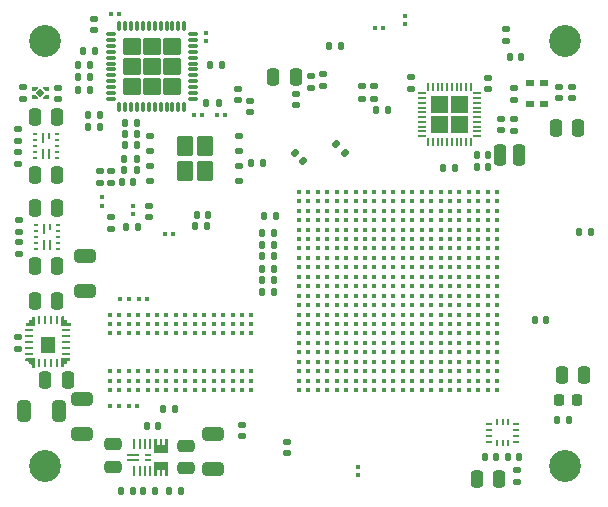
<source format=gtp>
G04 #@! TF.GenerationSoftware,KiCad,Pcbnew,9.0.0-9.0.0-2~ubuntu24.10.1*
G04 #@! TF.CreationDate,2025-04-01T16:44:13+02:00*
G04 #@! TF.ProjectId,Zynq_SoM,5a796e71-5f53-46f4-9d2e-6b696361645f,1.0*
G04 #@! TF.SameCoordinates,Original*
G04 #@! TF.FileFunction,Paste,Top*
G04 #@! TF.FilePolarity,Positive*
%FSLAX46Y46*%
G04 Gerber Fmt 4.6, Leading zero omitted, Abs format (unit mm)*
G04 Created by KiCad (PCBNEW 9.0.0-9.0.0-2~ubuntu24.10.1) date 2025-04-01 16:44:13*
%MOMM*%
%LPD*%
G01*
G04 APERTURE LIST*
G04 Aperture macros list*
%AMRoundRect*
0 Rectangle with rounded corners*
0 $1 Rounding radius*
0 $2 $3 $4 $5 $6 $7 $8 $9 X,Y pos of 4 corners*
0 Add a 4 corners polygon primitive as box body*
4,1,4,$2,$3,$4,$5,$6,$7,$8,$9,$2,$3,0*
0 Add four circle primitives for the rounded corners*
1,1,$1+$1,$2,$3*
1,1,$1+$1,$4,$5*
1,1,$1+$1,$6,$7*
1,1,$1+$1,$8,$9*
0 Add four rect primitives between the rounded corners*
20,1,$1+$1,$2,$3,$4,$5,0*
20,1,$1+$1,$4,$5,$6,$7,0*
20,1,$1+$1,$6,$7,$8,$9,0*
20,1,$1+$1,$8,$9,$2,$3,0*%
%AMFreePoly0*
4,1,14,0.330075,0.140035,0.330090,0.140000,0.330040,0.069961,0.330025,0.069926,0.090025,-0.170070,0.089990,-0.170085,-0.130002,-0.170089,-0.130037,-0.170074,-0.130052,-0.170039,-0.130110,0.140000,-0.130095,0.140035,-0.130060,0.140050,0.330040,0.140050,0.330075,0.140035,0.330075,0.140035,$1*%
%AMFreePoly1*
4,1,14,0.089990,0.170085,0.090025,0.170070,0.330025,-0.069926,0.330040,-0.069961,0.330090,-0.140000,0.330075,-0.140035,0.330040,-0.140050,-0.130060,-0.140050,-0.130095,-0.140035,-0.130110,-0.140000,-0.130052,0.170039,-0.130037,0.170074,-0.130002,0.170089,0.089990,0.170085,0.089990,0.170085,$1*%
%AMFreePoly2*
4,1,14,0.130037,0.170074,0.130052,0.170039,0.130110,-0.140000,0.130095,-0.140035,0.130060,-0.140050,-0.330040,-0.140050,-0.330075,-0.140035,-0.330090,-0.140000,-0.330040,-0.069961,-0.330025,-0.069926,-0.090025,0.170070,-0.089990,0.170085,0.130002,0.170089,0.130037,0.170074,0.130037,0.170074,$1*%
%AMFreePoly3*
4,1,17,-0.298000,0.551600,0.299000,0.551600,0.299000,-0.551601,-0.299000,-0.551601,-0.299000,-0.551600,-0.806000,-0.551600,-0.806000,-0.348400,-0.299000,-0.348400,-0.299000,-0.101601,-0.806000,-0.101601,-0.806000,0.101599,-0.299000,0.101599,-0.299000,0.348401,-0.806000,0.348401,-0.806000,0.551601,-0.298000,0.551601,-0.298000,0.551600,-0.298000,0.551600,$1*%
%AMFreePoly4*
4,1,15,0.806000,0.348400,0.299000,0.348400,0.299000,0.101600,0.806000,0.101600,0.806000,-0.101600,0.299000,-0.101600,0.299000,-0.348400,0.806000,-0.348400,0.806000,-0.551600,0.299000,-0.551600,0.299000,-0.551601,-0.299000,-0.551601,-0.299000,0.551600,0.806000,0.551600,0.806000,0.348400,0.806000,0.348400,$1*%
%AMFreePoly5*
4,1,17,0.250002,0.499999,0.250002,-0.200000,0.200002,-0.250000,-0.499999,-0.250000,-0.549999,-0.200000,-0.549999,-0.050000,-0.499999,0.000000,-0.299999,0.000000,-0.250000,0.049999,-0.250000,0.199999,-0.200000,0.249999,-0.050000,0.249999,0.000000,0.299999,0.000000,0.499999,0.050000,0.549998,0.200000,0.549998,0.250002,0.499999,0.250002,0.499999,$1*%
%AMFreePoly6*
4,1,17,0.249999,0.200000,0.250002,-0.499999,0.200000,-0.549998,0.050000,-0.549998,0.000000,-0.499999,0.000002,-0.299999,-0.050000,-0.249999,-0.200000,-0.249999,-0.250000,-0.199999,-0.249997,-0.049999,-0.299999,0.000000,-0.499999,0.000000,-0.549999,0.050000,-0.549999,0.200000,-0.499999,0.250000,0.200002,0.250000,0.249999,0.200000,0.249999,0.200000,$1*%
%AMFreePoly7*
4,1,17,0.500001,0.250000,0.550001,0.200000,0.550001,0.050000,0.500001,0.000000,0.300001,0.000000,0.249999,-0.049999,0.250002,-0.199999,0.200002,-0.249999,0.050002,-0.249999,0.000000,-0.299999,0.000002,-0.499999,-0.049998,-0.549998,-0.200000,-0.549998,-0.250000,-0.499999,-0.250000,0.200003,-0.200000,0.250002,0.500001,0.250000,0.500001,0.250000,$1*%
%AMFreePoly8*
4,1,17,0.000002,0.500002,0.000000,0.300002,0.050002,0.250002,0.200002,0.250002,0.250002,0.200002,0.249999,0.050002,0.300001,0.000003,0.500001,0.000003,0.550001,-0.049997,0.550001,-0.199997,0.500001,-0.249997,-0.200000,-0.249999,-0.250000,-0.199997,-0.250000,0.500002,-0.200000,0.550001,-0.049998,0.550001,0.000002,0.500002,0.000002,0.500002,$1*%
G04 Aperture macros list end*
%ADD10C,0.000000*%
%ADD11RoundRect,0.250000X-0.250000X-0.650000X0.250000X-0.650000X0.250000X0.650000X-0.250000X0.650000X0*%
%ADD12RoundRect,0.135000X-0.135000X-0.185000X0.135000X-0.185000X0.135000X0.185000X-0.135000X0.185000X0*%
%ADD13RoundRect,0.135000X-0.226274X-0.035355X-0.035355X-0.226274X0.226274X0.035355X0.035355X0.226274X0*%
%ADD14RoundRect,0.135000X0.135000X0.185000X-0.135000X0.185000X-0.135000X-0.185000X0.135000X-0.185000X0*%
%ADD15RoundRect,0.140000X0.140000X0.170000X-0.140000X0.170000X-0.140000X-0.170000X0.140000X-0.170000X0*%
%ADD16RoundRect,0.140000X-0.140000X-0.170000X0.140000X-0.170000X0.140000X0.170000X-0.140000X0.170000X0*%
%ADD17RoundRect,0.250000X-0.650000X0.325000X-0.650000X-0.325000X0.650000X-0.325000X0.650000X0.325000X0*%
%ADD18RoundRect,0.250000X-0.475000X0.250000X-0.475000X-0.250000X0.475000X-0.250000X0.475000X0.250000X0*%
%ADD19C,2.700000*%
%ADD20RoundRect,0.140000X0.170000X-0.140000X0.170000X0.140000X-0.170000X0.140000X-0.170000X-0.140000X0*%
%ADD21RoundRect,0.135000X-0.185000X0.135000X-0.185000X-0.135000X0.185000X-0.135000X0.185000X0.135000X0*%
%ADD22RoundRect,0.079500X0.100500X-0.079500X0.100500X0.079500X-0.100500X0.079500X-0.100500X-0.079500X0*%
%ADD23RoundRect,0.079500X-0.079500X-0.100500X0.079500X-0.100500X0.079500X0.100500X-0.079500X0.100500X0*%
%ADD24RoundRect,0.079500X0.079500X0.100500X-0.079500X0.100500X-0.079500X-0.100500X0.079500X-0.100500X0*%
%ADD25RoundRect,0.250000X-0.435000X-0.615000X0.435000X-0.615000X0.435000X0.615000X-0.435000X0.615000X0*%
%ADD26RoundRect,0.125000X-0.200000X-0.125000X0.200000X-0.125000X0.200000X0.125000X-0.200000X0.125000X0*%
%ADD27R,0.203200X0.711200*%
%ADD28R,0.711200X0.203200*%
%ADD29FreePoly0,180.000000*%
%ADD30FreePoly1,180.000000*%
%ADD31FreePoly2,180.000000*%
%ADD32FreePoly1,0.000000*%
%ADD33RoundRect,0.027000X0.000000X0.343654X-0.343654X0.000000X0.000000X-0.343654X0.343654X0.000000X0*%
%ADD34RoundRect,0.050960X0.353039X-0.076440X0.353039X0.076440X-0.353039X0.076440X-0.353039X-0.076440X0*%
%ADD35RoundRect,0.050960X-0.076440X-0.353039X0.076440X-0.353039X0.076440X0.353039X-0.076440X0.353039X0*%
%ADD36RoundRect,0.218750X-0.218750X-0.256250X0.218750X-0.256250X0.218750X0.256250X-0.218750X0.256250X0*%
%ADD37R,0.203200X0.812800*%
%ADD38FreePoly3,90.000000*%
%ADD39FreePoly4,90.000000*%
%ADD40R,1.092200X0.254000*%
%ADD41R,0.508000X0.254000*%
%ADD42RoundRect,0.135000X0.185000X-0.135000X0.185000X0.135000X-0.185000X0.135000X-0.185000X-0.135000X0*%
%ADD43RoundRect,0.250000X0.325000X0.650000X-0.325000X0.650000X-0.325000X-0.650000X0.325000X-0.650000X0*%
%ADD44C,0.420000*%
%ADD45RoundRect,0.250000X0.250000X0.475000X-0.250000X0.475000X-0.250000X-0.475000X0.250000X-0.475000X0*%
%ADD46RoundRect,0.147500X0.172500X-0.147500X0.172500X0.147500X-0.172500X0.147500X-0.172500X-0.147500X0*%
%ADD47R,0.250000X0.600000*%
%ADD48R,0.250000X0.900000*%
%ADD49R,0.450000X0.250000*%
%ADD50RoundRect,0.250000X-0.250000X-0.475000X0.250000X-0.475000X0.250000X0.475000X-0.250000X0.475000X0*%
%ADD51R,0.482600X0.254000*%
%ADD52R,0.254000X0.482600*%
%ADD53RoundRect,0.147500X-0.172500X0.147500X-0.172500X-0.147500X0.172500X-0.147500X0.172500X0.147500X0*%
%ADD54RoundRect,0.079500X-0.100500X0.079500X-0.100500X-0.079500X0.100500X-0.079500X0.100500X0.079500X0*%
%ADD55RoundRect,0.140000X-0.170000X0.140000X-0.170000X-0.140000X0.170000X-0.140000X0.170000X0.140000X0*%
%ADD56R,0.800000X0.600000*%
%ADD57C,0.406400*%
%ADD58FreePoly5,0.000000*%
%ADD59R,0.700001X0.249999*%
%ADD60FreePoly6,0.000000*%
%ADD61R,0.249999X0.700001*%
%ADD62FreePoly7,0.000000*%
%ADD63FreePoly8,0.000000*%
%ADD64R,1.279999X1.439999*%
G04 APERTURE END LIST*
D10*
G36*
X144610000Y-100130000D02*
G01*
X143210000Y-100130000D01*
X143210000Y-98730000D01*
X144610000Y-98730000D01*
X144610000Y-100130000D01*
G37*
G36*
X144610000Y-101830000D02*
G01*
X143210000Y-101830000D01*
X143210000Y-100430000D01*
X144610000Y-100430000D01*
X144610000Y-101830000D01*
G37*
G36*
X146310000Y-100130000D02*
G01*
X144910000Y-100130000D01*
X144910000Y-98730000D01*
X146310000Y-98730000D01*
X146310000Y-100130000D01*
G37*
G36*
X146310000Y-101830000D02*
G01*
X144910000Y-101830000D01*
X144910000Y-100430000D01*
X146310000Y-100430000D01*
X146310000Y-101830000D01*
G37*
G36*
X118452000Y-93750000D02*
G01*
X118452000Y-93750000D01*
G75*
G02*
X118602000Y-93900000I0J-150000D01*
G01*
X118602000Y-95100000D01*
G75*
G02*
X118452000Y-95250000I-150000J0D01*
G01*
X117252000Y-95250000D01*
G75*
G02*
X117102000Y-95100000I0J150000D01*
G01*
X117102000Y-93900000D01*
G75*
G02*
X117252000Y-93750000I150000J0D01*
G01*
X118452000Y-93750000D01*
G37*
G36*
X118452000Y-95450000D02*
G01*
X118452000Y-95450000D01*
G75*
G02*
X118602000Y-95600000I0J-150000D01*
G01*
X118602000Y-96800000D01*
G75*
G02*
X118452000Y-96950000I-150000J0D01*
G01*
X117252000Y-96950000D01*
G75*
G02*
X117102000Y-96800000I0J150000D01*
G01*
X117102000Y-95600000D01*
G75*
G02*
X117252000Y-95450000I150000J0D01*
G01*
X118452000Y-95450000D01*
G37*
G36*
X118452000Y-97150000D02*
G01*
X118452000Y-97150000D01*
G75*
G02*
X118602000Y-97300000I0J-150000D01*
G01*
X118602000Y-98500000D01*
G75*
G02*
X118452000Y-98650000I-150000J0D01*
G01*
X117252000Y-98650000D01*
G75*
G02*
X117102000Y-98500000I0J150000D01*
G01*
X117102000Y-97300000D01*
G75*
G02*
X117252000Y-97150000I150000J0D01*
G01*
X118452000Y-97150000D01*
G37*
G36*
X120152000Y-93750000D02*
G01*
X120152000Y-93750000D01*
G75*
G02*
X120302000Y-93900000I0J-150000D01*
G01*
X120302000Y-95100000D01*
G75*
G02*
X120152000Y-95250000I-150000J0D01*
G01*
X118952000Y-95250000D01*
G75*
G02*
X118802000Y-95100000I0J150000D01*
G01*
X118802000Y-93900000D01*
G75*
G02*
X118952000Y-93750000I150000J0D01*
G01*
X120152000Y-93750000D01*
G37*
G36*
X120152000Y-95450000D02*
G01*
X120152000Y-95450000D01*
G75*
G02*
X120302000Y-95600000I0J-150000D01*
G01*
X120302000Y-96800000D01*
G75*
G02*
X120152000Y-96950000I-150000J0D01*
G01*
X118952000Y-96950000D01*
G75*
G02*
X118802000Y-96800000I0J150000D01*
G01*
X118802000Y-95600000D01*
G75*
G02*
X118952000Y-95450000I150000J0D01*
G01*
X120152000Y-95450000D01*
G37*
G36*
X120152000Y-97150000D02*
G01*
X120152000Y-97150000D01*
G75*
G02*
X120302000Y-97300000I0J-150000D01*
G01*
X120302000Y-98500000D01*
G75*
G02*
X120152000Y-98650000I-150000J0D01*
G01*
X118952000Y-98650000D01*
G75*
G02*
X118802000Y-98500000I0J150000D01*
G01*
X118802000Y-97300000D01*
G75*
G02*
X118952000Y-97150000I150000J0D01*
G01*
X120152000Y-97150000D01*
G37*
G36*
X121852000Y-93750000D02*
G01*
X121852000Y-93750000D01*
G75*
G02*
X122002000Y-93900000I0J-150000D01*
G01*
X122002000Y-95100000D01*
G75*
G02*
X121852000Y-95250000I-150000J0D01*
G01*
X120652000Y-95250000D01*
G75*
G02*
X120502000Y-95100000I0J150000D01*
G01*
X120502000Y-93900000D01*
G75*
G02*
X120652000Y-93750000I150000J0D01*
G01*
X121852000Y-93750000D01*
G37*
G36*
X121852000Y-95450000D02*
G01*
X121852000Y-95450000D01*
G75*
G02*
X122002000Y-95600000I0J-150000D01*
G01*
X122002000Y-96800000D01*
G75*
G02*
X121852000Y-96950000I-150000J0D01*
G01*
X120652000Y-96950000D01*
G75*
G02*
X120502000Y-96800000I0J150000D01*
G01*
X120502000Y-95600000D01*
G75*
G02*
X120652000Y-95450000I150000J0D01*
G01*
X121852000Y-95450000D01*
G37*
G36*
X121852000Y-97150000D02*
G01*
X121852000Y-97150000D01*
G75*
G02*
X122002000Y-97300000I0J-150000D01*
G01*
X122002000Y-98500000D01*
G75*
G02*
X121852000Y-98650000I-150000J0D01*
G01*
X120652000Y-98650000D01*
G75*
G02*
X120502000Y-98500000I0J150000D01*
G01*
X120502000Y-97300000D01*
G75*
G02*
X120652000Y-97150000I150000J0D01*
G01*
X121852000Y-97150000D01*
G37*
G36*
X120876601Y-128850000D02*
G01*
X119773400Y-128850000D01*
X119773400Y-128252000D01*
X120876601Y-128252000D01*
X120876601Y-128850000D01*
G37*
G36*
X120876601Y-130348000D02*
G01*
X119773400Y-130348000D01*
X119773400Y-129750000D01*
X120876601Y-129750000D01*
X120876601Y-130348000D01*
G37*
G36*
X109627498Y-120932502D02*
G01*
X109627501Y-121632501D01*
X109577499Y-121682500D01*
X109427499Y-121682500D01*
X109377499Y-121632501D01*
X109377501Y-121432501D01*
X109327499Y-121382501D01*
X109177499Y-121382501D01*
X109127499Y-121332501D01*
X109127502Y-121182501D01*
X109077500Y-121132502D01*
X108877500Y-121132502D01*
X108827500Y-121082502D01*
X108827500Y-120932502D01*
X108877500Y-120882502D01*
X109577501Y-120882502D01*
X109627498Y-120932502D01*
G37*
G36*
X112127501Y-117382501D02*
G01*
X112127499Y-117582501D01*
X112177501Y-117632501D01*
X112327501Y-117632501D01*
X112377501Y-117682501D01*
X112377498Y-117832501D01*
X112427500Y-117882500D01*
X112627500Y-117882500D01*
X112677500Y-117932500D01*
X112677500Y-118082500D01*
X112627500Y-118132500D01*
X111927499Y-118132502D01*
X111877499Y-118082500D01*
X111877499Y-117382501D01*
X111927499Y-117332502D01*
X112077501Y-117332502D01*
X112127501Y-117382501D01*
G37*
D11*
X149060000Y-103660000D03*
X150660000Y-103660000D03*
D12*
X117265000Y-102850000D03*
X118285000Y-102850000D03*
X153865000Y-126100000D03*
X154885000Y-126100000D03*
D13*
X131669376Y-103499376D03*
X132390624Y-104220624D03*
D14*
X125510000Y-96100000D03*
X124490000Y-96100000D03*
X129920000Y-113299999D03*
X128900000Y-113299999D03*
D15*
X124330000Y-108750000D03*
X123370000Y-108750000D03*
D16*
X147070000Y-104700000D03*
X148030000Y-104700000D03*
D17*
X113610000Y-124355000D03*
X113610000Y-127305000D03*
D18*
X116275002Y-128200000D03*
X116275002Y-130100000D03*
D19*
X110500000Y-94000000D03*
D20*
X108620000Y-98925000D03*
X108620000Y-97965000D03*
D16*
X147070000Y-103725000D03*
X148030000Y-103725000D03*
D21*
X150500000Y-130340000D03*
X150500000Y-131360000D03*
D22*
X124100000Y-94070000D03*
X124100000Y-93380000D03*
D20*
X148010000Y-98130000D03*
X148010000Y-97170000D03*
X149100000Y-101580000D03*
X149100000Y-100620000D03*
D16*
X149845000Y-95375000D03*
X150805000Y-95375000D03*
D14*
X145210000Y-104800000D03*
X144190000Y-104800000D03*
D12*
X127965000Y-104400000D03*
X128985000Y-104400000D03*
X120510000Y-125190000D03*
X121530000Y-125190000D03*
D15*
X156710000Y-110190000D03*
X155750000Y-110190000D03*
D23*
X118445000Y-115850000D03*
X119135000Y-115850000D03*
X123155000Y-100300000D03*
X123845000Y-100300000D03*
D24*
X116735000Y-124970000D03*
X116045000Y-124970000D03*
D25*
X122325000Y-102925000D03*
X122325000Y-105075000D03*
X124025000Y-102925000D03*
X124025000Y-105075000D03*
D26*
X119425000Y-102095000D03*
X119425000Y-103365000D03*
X119425000Y-104635000D03*
X119425000Y-105905000D03*
X126925000Y-105905000D03*
X126925000Y-104635000D03*
X126925000Y-103365000D03*
X126925000Y-102095000D03*
D27*
X146559999Y-97930500D03*
X146160000Y-97930500D03*
X145760001Y-97930500D03*
X145359999Y-97930500D03*
X144960000Y-97930500D03*
X144560000Y-97930500D03*
X144160001Y-97930500D03*
X143759999Y-97930500D03*
X143360000Y-97930500D03*
X142960001Y-97930500D03*
D28*
X142410500Y-98480001D03*
X142410500Y-98880000D03*
X142410500Y-99279999D03*
X142410500Y-99680001D03*
X142410500Y-100080000D03*
X142410500Y-100480000D03*
X142410500Y-100879999D03*
X142410500Y-101280001D03*
X142410500Y-101680000D03*
X142410500Y-102079999D03*
D27*
X142960001Y-102629500D03*
X143360000Y-102629500D03*
X143759999Y-102629500D03*
X144160001Y-102629500D03*
X144560000Y-102629500D03*
X144960000Y-102629500D03*
X145359999Y-102629500D03*
X145760001Y-102629500D03*
X146160000Y-102629500D03*
X146559999Y-102629500D03*
D28*
X147109500Y-102079999D03*
X147109500Y-101680000D03*
X147109500Y-101280001D03*
X147109500Y-100879999D03*
X147109500Y-100480000D03*
X147109500Y-100080000D03*
X147109500Y-99680001D03*
X147109500Y-99279999D03*
X147109500Y-98880000D03*
X147109500Y-98480001D03*
D14*
X129920000Y-114299999D03*
X128900000Y-114299999D03*
D21*
X150200000Y-97990000D03*
X150200000Y-99010000D03*
D16*
X147745000Y-129250000D03*
X148705000Y-129250000D03*
D15*
X120080000Y-126600000D03*
X119120000Y-126600000D03*
D29*
X110640000Y-98790000D03*
D30*
X110640000Y-98140000D03*
D31*
X109580000Y-98140000D03*
D32*
X109580000Y-98790000D03*
D33*
X110110000Y-98465000D03*
D19*
X154500000Y-94000000D03*
D12*
X113290000Y-98150000D03*
X114310000Y-98150000D03*
X117265000Y-101900000D03*
X118285000Y-101900000D03*
D14*
X117965001Y-132150000D03*
X116945001Y-132150000D03*
D34*
X116100000Y-93450000D03*
X116100000Y-93949999D03*
X116100000Y-94450001D03*
X116100000Y-94950000D03*
X116100000Y-95449999D03*
X116100000Y-95950000D03*
X116100000Y-96450000D03*
X116100000Y-96950001D03*
X116100000Y-97450000D03*
X116100000Y-97949999D03*
X116100000Y-98450001D03*
X116100000Y-98950000D03*
D35*
X116802000Y-99652000D03*
X117301999Y-99652000D03*
X117802001Y-99652000D03*
X118302000Y-99652000D03*
X118801999Y-99652000D03*
X119302000Y-99652000D03*
X119802000Y-99652000D03*
X120302001Y-99652000D03*
X120802000Y-99652000D03*
X121301999Y-99652000D03*
X121802001Y-99652000D03*
X122302000Y-99652000D03*
D34*
X123004000Y-98950000D03*
X123004000Y-98450001D03*
X123004000Y-97949999D03*
X123004000Y-97450000D03*
X123004000Y-96950001D03*
X123004000Y-96450000D03*
X123004000Y-95950000D03*
X123004000Y-95449999D03*
X123004000Y-94950000D03*
X123004000Y-94450001D03*
X123004000Y-93949999D03*
X123004000Y-93450000D03*
D35*
X122302000Y-92748000D03*
X121802001Y-92748000D03*
X121301999Y-92748000D03*
X120802000Y-92748000D03*
X120302001Y-92748000D03*
X119802000Y-92748000D03*
X119302000Y-92748000D03*
X118801999Y-92748000D03*
X118302000Y-92748000D03*
X117802001Y-92748000D03*
X117301999Y-92748000D03*
X116802000Y-92748000D03*
D36*
X154012500Y-124475000D03*
X155587500Y-124475000D03*
D12*
X138500000Y-99900000D03*
X139520000Y-99900000D03*
D37*
X118075001Y-130450000D03*
X118525000Y-130450000D03*
X118975002Y-130450000D03*
X119425001Y-130450000D03*
D38*
X120325001Y-130050000D03*
D39*
X120325001Y-128550000D03*
D37*
X119425001Y-128150000D03*
X118975002Y-128150000D03*
X118525000Y-128150000D03*
X118075001Y-128150000D03*
D40*
X117925001Y-129050000D03*
X117925001Y-129550000D03*
D41*
X119200000Y-129550000D03*
X119200000Y-129050000D03*
D18*
X122475002Y-128293300D03*
X122475002Y-130193300D03*
D42*
X108350000Y-112060000D03*
X108350000Y-111040000D03*
D43*
X111665000Y-125370000D03*
X108715000Y-125370000D03*
D20*
X114700000Y-93130000D03*
X114700000Y-92170000D03*
D44*
X127989998Y-117199999D03*
X127989998Y-117999999D03*
X127989998Y-118799999D03*
X127989998Y-121999999D03*
X127989998Y-122799999D03*
X127989998Y-123599999D03*
X127189998Y-117199999D03*
X127189998Y-117999999D03*
X127189998Y-118799999D03*
X127189998Y-121999999D03*
X127189998Y-122799999D03*
X127189998Y-123599999D03*
X126389998Y-117199999D03*
X126389998Y-117999999D03*
X126389998Y-118799999D03*
X126389998Y-121999999D03*
X126389998Y-122799999D03*
X126389998Y-123599999D03*
X125589998Y-117199999D03*
X125589998Y-117999999D03*
X125589998Y-118799999D03*
X125589998Y-121999999D03*
X125589998Y-122799999D03*
X125589998Y-123599999D03*
X124789998Y-117199999D03*
X124789998Y-117999999D03*
X124789998Y-118799999D03*
X124789998Y-121999999D03*
X124789998Y-122799999D03*
X124789998Y-123599999D03*
X123989998Y-117199999D03*
X123989998Y-117999999D03*
X123989998Y-118799999D03*
X123989998Y-121999999D03*
X123989998Y-122799999D03*
X123989998Y-123599999D03*
X123189998Y-117199999D03*
X123189998Y-117999999D03*
X123189998Y-118799999D03*
X123189998Y-121999999D03*
X123189998Y-122799999D03*
X123189998Y-123599999D03*
X122389998Y-117199999D03*
X122389998Y-117999999D03*
X122389998Y-118799999D03*
X122389998Y-121999999D03*
X122389998Y-122799999D03*
X122389998Y-123599999D03*
X121589998Y-117199999D03*
X121589998Y-117999999D03*
X121589998Y-118799999D03*
X121589998Y-121999999D03*
X121589998Y-122799999D03*
X121589998Y-123599999D03*
X120789998Y-117199999D03*
X120789998Y-117999999D03*
X120789998Y-118799999D03*
X120789998Y-121999999D03*
X120789998Y-122799999D03*
X120789998Y-123599999D03*
X119989998Y-117199999D03*
X119989998Y-117999999D03*
X119989998Y-118799999D03*
X119989998Y-121999999D03*
X119989998Y-122799999D03*
X119989998Y-123599999D03*
X119189998Y-117199999D03*
X119189998Y-117999999D03*
X119189998Y-118799999D03*
X119189998Y-121999999D03*
X119189998Y-122799999D03*
X119189998Y-123599999D03*
X118389998Y-117199999D03*
X118389998Y-117999999D03*
X118389998Y-118799999D03*
X118389998Y-121999999D03*
X118389998Y-122799999D03*
X118389998Y-123599999D03*
X117589998Y-117199999D03*
X117589998Y-117999999D03*
X117589998Y-118799999D03*
X117589998Y-121999999D03*
X117589998Y-122799999D03*
X117589998Y-123599999D03*
X116789998Y-117199999D03*
X116789998Y-117999999D03*
X116789998Y-118799999D03*
X116789998Y-121999999D03*
X116789998Y-122799999D03*
X116789998Y-123599999D03*
X115989998Y-117199999D03*
X115989998Y-117999999D03*
X115989998Y-118799999D03*
X115989998Y-121999999D03*
X115989998Y-122799999D03*
X115989998Y-123599999D03*
D45*
X111550000Y-100470000D03*
X109650000Y-100470000D03*
D19*
X110500000Y-130000000D03*
D17*
X124700000Y-127300000D03*
X124700000Y-130250000D03*
D21*
X116110000Y-105020000D03*
X116110000Y-106040000D03*
D14*
X115160000Y-101300000D03*
X114140000Y-101300000D03*
D19*
X154500000Y-130000000D03*
D16*
X134595000Y-94500000D03*
X135555000Y-94500000D03*
D24*
X121345000Y-110380000D03*
X120655000Y-110380000D03*
D22*
X115350000Y-107975000D03*
X115350000Y-107285000D03*
D45*
X111550000Y-105390000D03*
X109650000Y-105390000D03*
D23*
X116894998Y-115850000D03*
X117584998Y-115850000D03*
D20*
X126860000Y-99030000D03*
X126860000Y-98070000D03*
D21*
X137380000Y-97890000D03*
X137380000Y-98910000D03*
D46*
X155100000Y-98885000D03*
X155100000Y-97915000D03*
D12*
X113290000Y-96100000D03*
X114310000Y-96100000D03*
D20*
X150250000Y-101630000D03*
X150250000Y-100670000D03*
D15*
X117990000Y-105960000D03*
X117030000Y-105960000D03*
D12*
X120980000Y-132150000D03*
X122000000Y-132150000D03*
D45*
X111550000Y-108170000D03*
X109650000Y-108170000D03*
D14*
X119860000Y-132150000D03*
X118840000Y-132150000D03*
D42*
X108350000Y-110185000D03*
X108350000Y-109165000D03*
D14*
X125200000Y-99290000D03*
X124180000Y-99290000D03*
D47*
X110820000Y-102060000D03*
D48*
X110320000Y-102210000D03*
D49*
X109645000Y-101910000D03*
X109645000Y-102410000D03*
X109645000Y-102910000D03*
X109645000Y-103410000D03*
X109645000Y-103910000D03*
D48*
X110320000Y-103610000D03*
X110820000Y-103610000D03*
D49*
X111495000Y-103910000D03*
X111495000Y-103410000D03*
X111495000Y-102910000D03*
X111495000Y-102410000D03*
X111495000Y-101910000D03*
D47*
X110925000Y-109795000D03*
D48*
X110425000Y-109945000D03*
D49*
X109750000Y-109645000D03*
X109750000Y-110145000D03*
X109750000Y-110645000D03*
X109750000Y-111145000D03*
X109750000Y-111645000D03*
D48*
X110425000Y-111345000D03*
X110925000Y-111345000D03*
D49*
X111600000Y-111645000D03*
X111600000Y-111145000D03*
X111600000Y-110645000D03*
X111600000Y-110145000D03*
X111600000Y-109645000D03*
D45*
X156150000Y-122300000D03*
X154250000Y-122300000D03*
D14*
X129920000Y-110260000D03*
X128900000Y-110260000D03*
D23*
X138455000Y-92950000D03*
X139145000Y-92950000D03*
D50*
X109640000Y-116032503D03*
X111540000Y-116032503D03*
D42*
X108250000Y-104420000D03*
X108250000Y-103400000D03*
D51*
X148094300Y-126449999D03*
X148094300Y-126950000D03*
X148094300Y-127450000D03*
X148094300Y-127950001D03*
D52*
X148750001Y-128114400D03*
X149250000Y-128114400D03*
X149749999Y-128114400D03*
D51*
X150405700Y-127950001D03*
X150405700Y-127450000D03*
X150405700Y-126950000D03*
X150405700Y-126449999D03*
D52*
X149749999Y-126285600D03*
X149250000Y-126285600D03*
X148750001Y-126285600D03*
D14*
X130050000Y-108860000D03*
X129030000Y-108860000D03*
D20*
X131000000Y-128930000D03*
X131000000Y-127970000D03*
D24*
X118325000Y-124970000D03*
X117635000Y-124970000D03*
D50*
X153750000Y-101400000D03*
X155650000Y-101400000D03*
D45*
X112440000Y-122770000D03*
X110540000Y-122770000D03*
D14*
X129920000Y-112274999D03*
X128900000Y-112274999D03*
D42*
X134020000Y-97880000D03*
X134020000Y-96860000D03*
D12*
X117240000Y-104975000D03*
X118260000Y-104975000D03*
D20*
X111570000Y-98975000D03*
X111570000Y-98015000D03*
D50*
X147050000Y-131100000D03*
X148950000Y-131100000D03*
D53*
X127880000Y-99095000D03*
X127880000Y-100065000D03*
D54*
X137050000Y-130130000D03*
X137050000Y-130820000D03*
D14*
X129920000Y-115330000D03*
X128900000Y-115330000D03*
D45*
X131725000Y-97100000D03*
X129825000Y-97100000D03*
D12*
X113690000Y-94850000D03*
X114710000Y-94850000D03*
X114140000Y-100300000D03*
X115160000Y-100300000D03*
D55*
X127150000Y-126525000D03*
X127150000Y-127485000D03*
D20*
X149525000Y-94005000D03*
X149525000Y-93045000D03*
D56*
X152770000Y-99400000D03*
X152770000Y-97600000D03*
X151570000Y-97600000D03*
X151570000Y-99400000D03*
D16*
X151995000Y-117650000D03*
X152955000Y-117650000D03*
D45*
X111550000Y-113095000D03*
X109650000Y-113095000D03*
D24*
X125745000Y-100300000D03*
X125055000Y-100300000D03*
D14*
X124260000Y-109710000D03*
X123240000Y-109710000D03*
D17*
X113900000Y-112225000D03*
X113900000Y-115175000D03*
D13*
X135164376Y-102764376D03*
X135885624Y-103485624D03*
D54*
X140975000Y-91930000D03*
X140975000Y-92620000D03*
D20*
X154065000Y-98880000D03*
X154065000Y-97920000D03*
D21*
X133050000Y-96990000D03*
X133050000Y-98010000D03*
D15*
X150630000Y-129250000D03*
X149670000Y-129250000D03*
D55*
X119350000Y-107990000D03*
X119350000Y-108950000D03*
D57*
X132000000Y-106800001D03*
X132800000Y-106800001D03*
X133600000Y-106800001D03*
X134400000Y-106800001D03*
X135200000Y-106800001D03*
X136000000Y-106800001D03*
X136799999Y-106800001D03*
X137599999Y-106800001D03*
X138399999Y-106800001D03*
X139199999Y-106800001D03*
X139999999Y-106800001D03*
X140799999Y-106800001D03*
X141599999Y-106800001D03*
X142399999Y-106800001D03*
X143199999Y-106800001D03*
X143999999Y-106800001D03*
X144799999Y-106800001D03*
X145599998Y-106800001D03*
X146399998Y-106800001D03*
X147199998Y-106800001D03*
X147999998Y-106800001D03*
X148799998Y-106800001D03*
X132000000Y-122799999D03*
X132800000Y-122799999D03*
X133600000Y-122799999D03*
X134400000Y-122799999D03*
X135200000Y-122799999D03*
X136000000Y-122799999D03*
X136799999Y-122799999D03*
X137599999Y-122799999D03*
X138399999Y-122799999D03*
X139199999Y-122799999D03*
X139999999Y-122799999D03*
X140799999Y-122799999D03*
X141599999Y-122799999D03*
X142399999Y-122799999D03*
X143199999Y-122799999D03*
X143999999Y-122799999D03*
X144799999Y-122799999D03*
X145599998Y-122799999D03*
X146399998Y-122799999D03*
X147199998Y-122799999D03*
X147999998Y-122799999D03*
X148799998Y-122799999D03*
X132000000Y-123599999D03*
X132800000Y-123599999D03*
X133600000Y-123599999D03*
X134400000Y-123599999D03*
X135200000Y-123599999D03*
X136000000Y-123599999D03*
X136799999Y-123599999D03*
X137599999Y-123599999D03*
X138399999Y-123599999D03*
X139199999Y-123599999D03*
X139999999Y-123599999D03*
X140799999Y-123599999D03*
X141599999Y-123599999D03*
X142399999Y-123599999D03*
X143199999Y-123599999D03*
X143999999Y-123599999D03*
X144799999Y-123599999D03*
X145599998Y-123599999D03*
X146399998Y-123599999D03*
X147199998Y-123599999D03*
X147999998Y-123599999D03*
X148799998Y-123599999D03*
X132000000Y-107600001D03*
X132800000Y-107600001D03*
X133600000Y-107600001D03*
X134400000Y-107600001D03*
X135200000Y-107600001D03*
X136000000Y-107600001D03*
X136799999Y-107600001D03*
X137599999Y-107600001D03*
X138399999Y-107600001D03*
X139199999Y-107600001D03*
X139999999Y-107600001D03*
X140799999Y-107600001D03*
X141599999Y-107600001D03*
X142399999Y-107600001D03*
X143199999Y-107600001D03*
X143999999Y-107600001D03*
X144799999Y-107600001D03*
X145599998Y-107600001D03*
X146399998Y-107600001D03*
X147199998Y-107600001D03*
X147999998Y-107600001D03*
X148799998Y-107600001D03*
X132000000Y-108400001D03*
X132800000Y-108400001D03*
X133600000Y-108400001D03*
X134400000Y-108400001D03*
X135200000Y-108400001D03*
X136000000Y-108400001D03*
X136799999Y-108400001D03*
X137599999Y-108400001D03*
X138399999Y-108400001D03*
X139199999Y-108400001D03*
X139999999Y-108400001D03*
X140799999Y-108400001D03*
X141599999Y-108400001D03*
X142399999Y-108400001D03*
X143199999Y-108400001D03*
X143999999Y-108400001D03*
X144799999Y-108400001D03*
X145599998Y-108400001D03*
X146399998Y-108400001D03*
X147199998Y-108400001D03*
X147999998Y-108400001D03*
X148799998Y-108400001D03*
X132000000Y-109200001D03*
X132800000Y-109200001D03*
X133600000Y-109200001D03*
X134400000Y-109200001D03*
X135200000Y-109200001D03*
X136000000Y-109200001D03*
X136799999Y-109200001D03*
X137599999Y-109200001D03*
X138399999Y-109200001D03*
X139199999Y-109200001D03*
X139999999Y-109200001D03*
X140799999Y-109200001D03*
X141599999Y-109200001D03*
X142399999Y-109200001D03*
X143199999Y-109200001D03*
X143999999Y-109200001D03*
X144799999Y-109200001D03*
X145599998Y-109200001D03*
X146399998Y-109200001D03*
X147199998Y-109200001D03*
X147999998Y-109200001D03*
X148799998Y-109200001D03*
X132000000Y-110000001D03*
X132800000Y-110000001D03*
X133600000Y-110000001D03*
X134400000Y-110000001D03*
X135200000Y-110000001D03*
X136000000Y-110000001D03*
X136799999Y-110000001D03*
X137599999Y-110000001D03*
X138399999Y-110000001D03*
X139199999Y-110000001D03*
X139999999Y-110000001D03*
X140799999Y-110000001D03*
X141599999Y-110000001D03*
X142399999Y-110000001D03*
X143199999Y-110000001D03*
X143999999Y-110000001D03*
X144799999Y-110000001D03*
X145599998Y-110000001D03*
X146399998Y-110000001D03*
X147199998Y-110000001D03*
X147999998Y-110000001D03*
X148799998Y-110000001D03*
X132000000Y-110800001D03*
X132800000Y-110800001D03*
X133600000Y-110800001D03*
X134400000Y-110800001D03*
X135200000Y-110800001D03*
X136000000Y-110800001D03*
X136799999Y-110800001D03*
X137599999Y-110800001D03*
X138399999Y-110800001D03*
X139199999Y-110800001D03*
X139999999Y-110800001D03*
X140799999Y-110800001D03*
X141599999Y-110800001D03*
X142399999Y-110800001D03*
X143199999Y-110800001D03*
X143999999Y-110800001D03*
X144799999Y-110800001D03*
X145599998Y-110800001D03*
X146399998Y-110800001D03*
X147199998Y-110800001D03*
X147999998Y-110800001D03*
X148799998Y-110800001D03*
X132000000Y-111600000D03*
X132800000Y-111600000D03*
X133600000Y-111600000D03*
X134400000Y-111600000D03*
X135200000Y-111600000D03*
X136000000Y-111600000D03*
X136799999Y-111600000D03*
X137599999Y-111600000D03*
X138399999Y-111600000D03*
X139199999Y-111600000D03*
X139999999Y-111600000D03*
X140799999Y-111600000D03*
X141599999Y-111600000D03*
X142399999Y-111600000D03*
X143199999Y-111600000D03*
X143999999Y-111600000D03*
X144799999Y-111600000D03*
X145599998Y-111600000D03*
X146399998Y-111600000D03*
X147199998Y-111600000D03*
X147999998Y-111600000D03*
X148799998Y-111600000D03*
X132000000Y-112400000D03*
X132800000Y-112400000D03*
X133600000Y-112400000D03*
X134400000Y-112400000D03*
X135200000Y-112400000D03*
X136000000Y-112400000D03*
X136799999Y-112400000D03*
X137599999Y-112400000D03*
X138399999Y-112400000D03*
X139199999Y-112400000D03*
X139999999Y-112400000D03*
X140799999Y-112400000D03*
X141599999Y-112400000D03*
X142399999Y-112400000D03*
X143199999Y-112400000D03*
X143999999Y-112400000D03*
X144799999Y-112400000D03*
X145599998Y-112400000D03*
X146399998Y-112400000D03*
X147199998Y-112400000D03*
X147999998Y-112400000D03*
X148799998Y-112400000D03*
X132000000Y-113200000D03*
X132800000Y-113200000D03*
X133600000Y-113200000D03*
X134400000Y-113200000D03*
X135200000Y-113200000D03*
X136000000Y-113200000D03*
X136799999Y-113200000D03*
X137599999Y-113200000D03*
X138399999Y-113200000D03*
X139199999Y-113200000D03*
X139999999Y-113200000D03*
X140799999Y-113200000D03*
X141599999Y-113200000D03*
X142399999Y-113200000D03*
X143199999Y-113200000D03*
X143999999Y-113200000D03*
X144799999Y-113200000D03*
X145599998Y-113200000D03*
X146399998Y-113200000D03*
X147199998Y-113200000D03*
X147999998Y-113200000D03*
X148799998Y-113200000D03*
X132000000Y-114000000D03*
X132800000Y-114000000D03*
X133600000Y-114000000D03*
X134400000Y-114000000D03*
X135200000Y-114000000D03*
X136000000Y-114000000D03*
X136799999Y-114000000D03*
X137599999Y-114000000D03*
X138399999Y-114000000D03*
X139199999Y-114000000D03*
X139999999Y-114000000D03*
X140799999Y-114000000D03*
X141599999Y-114000000D03*
X142399999Y-114000000D03*
X143199999Y-114000000D03*
X143999999Y-114000000D03*
X144799999Y-114000000D03*
X145599998Y-114000000D03*
X146399998Y-114000000D03*
X147199998Y-114000000D03*
X147999998Y-114000000D03*
X148799998Y-114000000D03*
X132000000Y-114800000D03*
X132800000Y-114800000D03*
X133600000Y-114800000D03*
X134400000Y-114800000D03*
X135200000Y-114800000D03*
X136000000Y-114800000D03*
X136799999Y-114800000D03*
X137599999Y-114800000D03*
X138399999Y-114800000D03*
X139199999Y-114800000D03*
X139999999Y-114800000D03*
X140799999Y-114800000D03*
X141599999Y-114800000D03*
X142399999Y-114800000D03*
X143199999Y-114800000D03*
X143999999Y-114800000D03*
X144799999Y-114800000D03*
X145599998Y-114800000D03*
X146399998Y-114800000D03*
X147199998Y-114800000D03*
X147999998Y-114800000D03*
X148799998Y-114800000D03*
X132000000Y-115600000D03*
X132800000Y-115600000D03*
X133600000Y-115600000D03*
X134400000Y-115600000D03*
X135200000Y-115600000D03*
X136000000Y-115600000D03*
X136799999Y-115600000D03*
X137599999Y-115600000D03*
X138399999Y-115600000D03*
X139199999Y-115600000D03*
X139999999Y-115600000D03*
X140799999Y-115600000D03*
X141599999Y-115600000D03*
X142399999Y-115600000D03*
X143199999Y-115600000D03*
X143999999Y-115600000D03*
X144799999Y-115600000D03*
X145599998Y-115600000D03*
X146399998Y-115600000D03*
X147199998Y-115600000D03*
X147999998Y-115600000D03*
X148799998Y-115600000D03*
X132000000Y-116400000D03*
X132800000Y-116400000D03*
X133600000Y-116400000D03*
X134400000Y-116400000D03*
X135200000Y-116400000D03*
X136000000Y-116400000D03*
X136799999Y-116400000D03*
X137599999Y-116400000D03*
X138399999Y-116400000D03*
X139199999Y-116400000D03*
X139999999Y-116400000D03*
X140799999Y-116400000D03*
X141599999Y-116400000D03*
X142399999Y-116400000D03*
X143199999Y-116400000D03*
X143999999Y-116400000D03*
X144799999Y-116400000D03*
X145599998Y-116400000D03*
X146399998Y-116400000D03*
X147199998Y-116400000D03*
X147999998Y-116400000D03*
X148799998Y-116400000D03*
X132000000Y-117200000D03*
X132800000Y-117200000D03*
X133600000Y-117200000D03*
X134400000Y-117200000D03*
X135200000Y-117200000D03*
X136000000Y-117200000D03*
X136799999Y-117200000D03*
X137599999Y-117200000D03*
X138399999Y-117200000D03*
X139199999Y-117200000D03*
X139999999Y-117200000D03*
X140799999Y-117200000D03*
X141599999Y-117200000D03*
X142399999Y-117200000D03*
X143199999Y-117200000D03*
X143999999Y-117200000D03*
X144799999Y-117200000D03*
X145599998Y-117200000D03*
X146399998Y-117200000D03*
X147199998Y-117200000D03*
X147999998Y-117200000D03*
X148799998Y-117200000D03*
X132000000Y-118000000D03*
X132800000Y-118000000D03*
X133600000Y-118000000D03*
X134400000Y-118000000D03*
X135200000Y-118000000D03*
X136000000Y-118000000D03*
X136799999Y-118000000D03*
X137599999Y-118000000D03*
X138399999Y-118000000D03*
X139199999Y-118000000D03*
X139999999Y-118000000D03*
X140799999Y-118000000D03*
X141599999Y-118000000D03*
X142399999Y-118000000D03*
X143199999Y-118000000D03*
X143999999Y-118000000D03*
X144799999Y-118000000D03*
X145599998Y-118000000D03*
X146399998Y-118000000D03*
X147199998Y-118000000D03*
X147999998Y-118000000D03*
X148799998Y-118000000D03*
X132000000Y-118800000D03*
X132800000Y-118800000D03*
X133600000Y-118800000D03*
X134400000Y-118800000D03*
X135200000Y-118800000D03*
X136000000Y-118800000D03*
X136799999Y-118800000D03*
X137599999Y-118800000D03*
X138399999Y-118800000D03*
X139199999Y-118800000D03*
X139999999Y-118800000D03*
X140799999Y-118800000D03*
X141599999Y-118800000D03*
X142399999Y-118800000D03*
X143199999Y-118800000D03*
X143999999Y-118800000D03*
X144799999Y-118800000D03*
X145599998Y-118800000D03*
X146399998Y-118800000D03*
X147199998Y-118800000D03*
X147999998Y-118800000D03*
X148799998Y-118800000D03*
X132000000Y-119600000D03*
X132800000Y-119600000D03*
X133600000Y-119600000D03*
X134400000Y-119600000D03*
X135200000Y-119600000D03*
X136000000Y-119600000D03*
X136799999Y-119600000D03*
X137599999Y-119600000D03*
X138399999Y-119600000D03*
X139199999Y-119600000D03*
X139999999Y-119600000D03*
X140799999Y-119600000D03*
X141599999Y-119600000D03*
X142399999Y-119600000D03*
X143199999Y-119600000D03*
X143999999Y-119600000D03*
X144799999Y-119600000D03*
X145599998Y-119600000D03*
X146399998Y-119600000D03*
X147199998Y-119600000D03*
X147999998Y-119600000D03*
X148799998Y-119600000D03*
X132000000Y-120399999D03*
X132800000Y-120399999D03*
X133600000Y-120399999D03*
X134400000Y-120399999D03*
X135200000Y-120399999D03*
X136000000Y-120399999D03*
X136799999Y-120399999D03*
X137599999Y-120399999D03*
X138399999Y-120399999D03*
X139199999Y-120399999D03*
X139999999Y-120399999D03*
X140799999Y-120399999D03*
X141599999Y-120399999D03*
X142399999Y-120399999D03*
X143199999Y-120399999D03*
X143999999Y-120399999D03*
X144799999Y-120399999D03*
X145599998Y-120399999D03*
X146399998Y-120399999D03*
X147199998Y-120399999D03*
X147999998Y-120399999D03*
X148799998Y-120399999D03*
X132000000Y-121199999D03*
X132800000Y-121199999D03*
X133600000Y-121199999D03*
X134400000Y-121199999D03*
X135200000Y-121199999D03*
X136000000Y-121199999D03*
X136799999Y-121199999D03*
X137599999Y-121199999D03*
X138399999Y-121199999D03*
X139199999Y-121199999D03*
X139999999Y-121199999D03*
X140799999Y-121199999D03*
X141599999Y-121199999D03*
X142399999Y-121199999D03*
X143199999Y-121199999D03*
X143999999Y-121199999D03*
X144799999Y-121199999D03*
X145599998Y-121199999D03*
X146399998Y-121199999D03*
X147199998Y-121199999D03*
X147999998Y-121199999D03*
X148799998Y-121199999D03*
X132000000Y-121999999D03*
X132800000Y-121999999D03*
X133600000Y-121999999D03*
X134400000Y-121999999D03*
X135200000Y-121999999D03*
X136000000Y-121999999D03*
X136799999Y-121999999D03*
X137599999Y-121999999D03*
X138399999Y-121999999D03*
X139199999Y-121999999D03*
X139999999Y-121999999D03*
X140799999Y-121999999D03*
X141599999Y-121999999D03*
X142399999Y-121999999D03*
X143199999Y-121999999D03*
X143999999Y-121999999D03*
X144799999Y-121999999D03*
X145599998Y-121999999D03*
X146399998Y-121999999D03*
X147199998Y-121999999D03*
X147999998Y-121999999D03*
X148799998Y-121999999D03*
D42*
X138400000Y-98910000D03*
X138400000Y-97890000D03*
D14*
X129920000Y-111270000D03*
X128900000Y-111270000D03*
X118260000Y-104000000D03*
X117240000Y-104000000D03*
D42*
X108250000Y-102520000D03*
X108250000Y-101500000D03*
D12*
X113290000Y-97100000D03*
X114310000Y-97100000D03*
D58*
X109377499Y-117882500D03*
D59*
X109177499Y-118507500D03*
X109177499Y-119007502D03*
X109177499Y-119507501D03*
X109177499Y-120007500D03*
X109177499Y-120507502D03*
D60*
X109377499Y-121132502D03*
D61*
X110002499Y-121332501D03*
X110502500Y-121332501D03*
X111002500Y-121332501D03*
X111502501Y-121332501D03*
D62*
X112127499Y-121132502D03*
D59*
X112327501Y-120507502D03*
X112327501Y-120007500D03*
X112327501Y-119507501D03*
X112327501Y-119007502D03*
X112327501Y-118507500D03*
D63*
X112127499Y-117882503D03*
D61*
X111502501Y-117682501D03*
X111002500Y-117682501D03*
X110502500Y-117682501D03*
X110002499Y-117682501D03*
D64*
X110752500Y-119807500D03*
D21*
X108247500Y-119127504D03*
X108247500Y-120147504D03*
D22*
X117930000Y-108675000D03*
X117930000Y-107985000D03*
D55*
X131800000Y-98495000D03*
X131800000Y-99455000D03*
D21*
X115140000Y-105020000D03*
X115140000Y-106040000D03*
D14*
X118273650Y-101000000D03*
X117253650Y-101000000D03*
D42*
X116060000Y-109990000D03*
X116060000Y-108970000D03*
D24*
X116770000Y-91775000D03*
X116080000Y-91775000D03*
D20*
X141470000Y-98070000D03*
X141470000Y-97110000D03*
D14*
X118385000Y-109775000D03*
X117365000Y-109775000D03*
M02*

</source>
